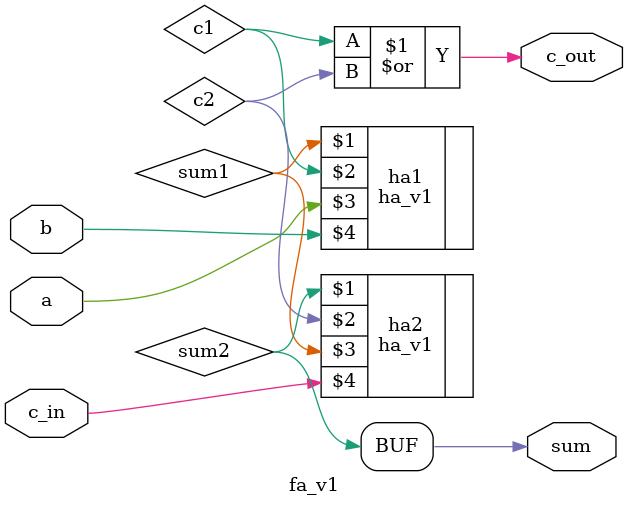
<source format=v>

module fa_v1(output wire sum, output wire c_out, input wire a, input wire b, input wire c_in);

  //declaracion de se�ales internas
  wire sum1, c1, sum2, c2;

  ha_v1 ha1(sum1, c1, a, b);

  ha_v1 ha2(sum2, c2, sum1, c_in);

  assign sum = sum2;  

  or or1(c_out, c1, c2);
  
endmodule


</source>
